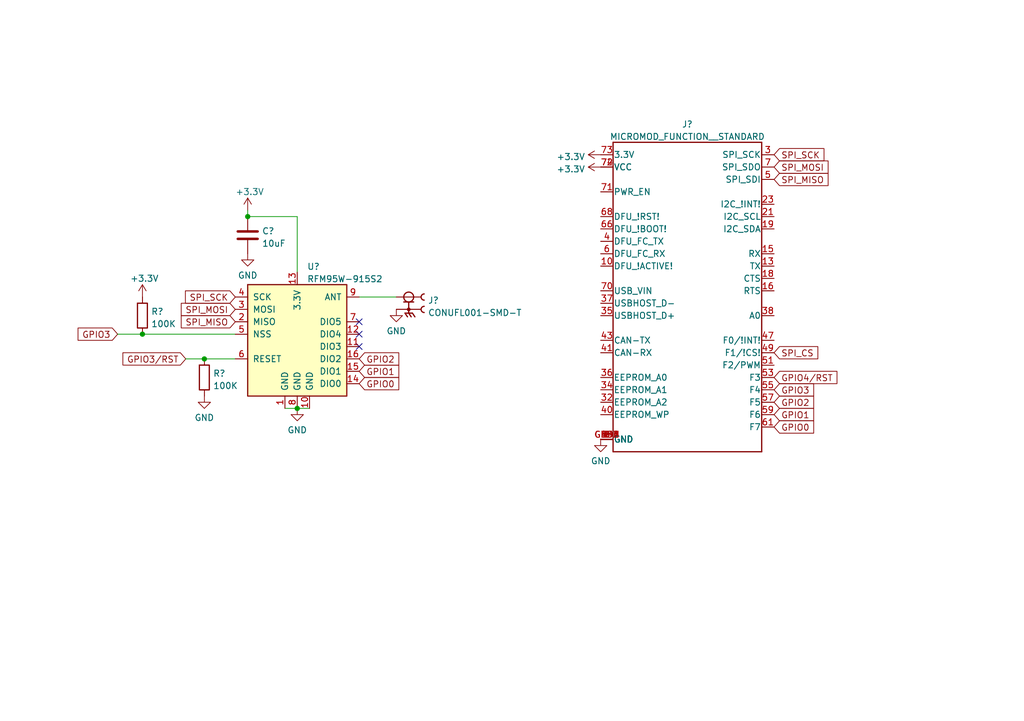
<source format=kicad_sch>
(kicad_sch (version 20211123) (generator eeschema)
  (paper "A5")
  (lib_symbols
    (symbol "CONUFL001-SMD-T:CONUFL001-SMD-T" (pin_numbers hide) (pin_names (offset 1.016) hide)
      (property "Reference" "J" (at -3.81 4.064 0))
      (property "Value" "CONUFL001-SMD-T" (at -4.064 -4.318 0))
      (symbol "CONUFL001-SMD-T_0_0"
        (arc (start -3.175 -0.635) (mid -2.54 0) (end -3.175 0.635) (stroke (width 0.254)))
        (arc (start -3.175 1.905) (mid -2.54 2.54) (end -3.175 3.175) (stroke (width 0.254)))
        (polyline (pts (xy -1.016 1.524) (xy 0 1.524)) (stroke (width 0.254)))
        (polyline (pts (xy -0.762 -0.762) (xy -1.27 -1.524)) (stroke (width 0.254)))
        (polyline (pts (xy 0 -0.762) (xy -0.762 -0.762)) (stroke (width 0.254)))
        (polyline (pts (xy 0 -0.762) (xy -0.508 -1.524)) (stroke (width 0.254)))
        (polyline (pts (xy 0 -0.762) (xy 0.762 -0.762)) (stroke (width 0.254)))
        (polyline (pts (xy 0 1.524) (xy 0 -0.762)) (stroke (width 0.254)))
        (polyline (pts (xy 0 1.524) (xy 1.016 1.524)) (stroke (width 0.254)))
        (polyline (pts (xy 0.762 -0.762) (xy 0.254 -1.524)) (stroke (width 0.254)))
        (circle (center 0 0) (radius 0.254) (stroke (width 0.254)))
        (circle (center 0 2.54) (radius 1.016) (stroke (width 0.254)))
        (pin passive line (at 2.54 2.54 180) (length 5.08) (name "~") (number "1"))
        (pin passive line (at 2.54 0 180) (length 5.08) (name "~") (number "2"))
        (pin passive line (at 2.54 0 180) (length 5.08) (name "~") (number "3"))
      )
    )
    (symbol "Device:C" (pin_numbers hide) (pin_names (offset 0.254))
      (property "Reference" "C" (at 0.635 2.54 0))
      (property "Value" "C" (at 0.635 -2.54 0))
      (symbol "C_0_1"
        (polyline (pts (xy -2.032 -0.762) (xy 2.032 -0.762)) (stroke (width 0.508)))
        (polyline (pts (xy -2.032 0.762) (xy 2.032 0.762)) (stroke (width 0.508)))
      )
      (symbol "C_1_1"
        (pin passive line (at 0 3.81 270) (length 2.794) (name "~") (number "1"))
        (pin passive line (at 0 -3.81 90) (length 2.794) (name "~") (number "2"))
      )
    )
    (symbol "Device:R" (pin_numbers hide) (pin_names (offset 0))
      (property "Reference" "R" (at 2.032 0 90))
      (property "Value" "R" (at 0 0 90))
      (symbol "R_0_1"
        (rectangle (start -1.016 -2.54) (end 1.016 2.54) (stroke (width 0.254)))
      )
      (symbol "R_1_1"
        (pin passive line (at 0 3.81 270) (length 1.27) (name "~") (number "1"))
        (pin passive line (at 0 -3.81 90) (length 1.27) (name "~") (number "2"))
      )
    )
    (symbol "Micromod:MICROMOD_FUNCTION__STANDARD" (pin_names (offset 0.127))
      (property "Reference" "J" (at 0 -6.35 0))
      (property "Value" "MICROMOD_FUNCTION__STANDARD" (at 0 -6.35 0))
      (symbol "MICROMOD_FUNCTION__STANDARD_1_1"
        (polyline (pts (xy -15.24 -35.56) (xy -15.24 27.94)) (stroke (width 0.254)))
        (polyline (pts (xy -15.24 27.94) (xy 15.24 27.94)) (stroke (width 0.254)))
        (polyline (pts (xy 15.24 -35.56) (xy -15.24 -35.56)) (stroke (width 0.254)))
        (polyline (pts (xy 15.24 27.94) (xy 15.24 -35.56)) (stroke (width 0.254)))
        (pin bidirectional line (at -17.78 -33.02 0) (length 2.54) (name "GND") (number "1"))
        (pin bidirectional line (at -17.78 2.54 0) (length 2.54) (name "DFU_!ACTIVE!") (number "10"))
        (pin bidirectional line (at 17.78 2.54 180) (length 2.54) (name "TX") (number "13"))
        (pin bidirectional line (at 17.78 5.08 180) (length 2.54) (name "RX") (number "15"))
        (pin bidirectional line (at 17.78 -2.54 180) (length 2.54) (name "RTS") (number "16"))
        (pin bidirectional line (at 17.78 0 180) (length 2.54) (name "CTS") (number "18"))
        (pin bidirectional line (at 17.78 10.16 180) (length 2.54) (name "I2C_SDA") (number "19"))
        (pin bidirectional line (at -17.78 -33.02 0) (length 2.54) (name "GND") (number "2"))
        (pin bidirectional line (at 17.78 12.7 180) (length 2.54) (name "I2C_SCL") (number "21"))
        (pin bidirectional line (at 17.78 15.24 180) (length 2.54) (name "I2C_!INT!") (number "23"))
        (pin bidirectional line (at 17.78 25.4 180) (length 2.54) (name "SPI_SCK") (number "3"))
        (pin bidirectional line (at -17.78 -25.4 0) (length 2.54) (name "EEPROM_A2") (number "32"))
        (pin bidirectional line (at -17.78 -33.02 0) (length 2.54) (name "GND") (number "33"))
        (pin bidirectional line (at -17.78 -22.86 0) (length 2.54) (name "EEPROM_A1") (number "34"))
        (pin bidirectional line (at -17.78 -7.62 0) (length 2.54) (name "USBHOST_D+") (number "35"))
        (pin bidirectional line (at -17.78 -20.32 0) (length 2.54) (name "EEPROM_A0") (number "36"))
        (pin bidirectional line (at -17.78 -5.08 0) (length 2.54) (name "USBHOST_D-") (number "37"))
        (pin bidirectional line (at 17.78 -7.62 180) (length 2.54) (name "A0") (number "38"))
        (pin bidirectional line (at -17.78 -33.02 0) (length 2.54) (name "GND") (number "39"))
        (pin bidirectional line (at -17.78 7.62 0) (length 2.54) (name "DFU_FC_TX") (number "4"))
        (pin bidirectional line (at -17.78 -27.94 0) (length 2.54) (name "EEPROM_WP") (number "40"))
        (pin bidirectional line (at -17.78 -15.24 0) (length 2.54) (name "CAN-RX") (number "41"))
        (pin bidirectional line (at -17.78 -12.7 0) (length 2.54) (name "CAN-TX") (number "43"))
        (pin bidirectional line (at -17.78 -33.02 0) (length 2.54) (name "GND") (number "45"))
        (pin bidirectional line (at 17.78 -12.7 180) (length 2.54) (name "F0/!INT!") (number "47"))
        (pin bidirectional line (at 17.78 -15.24 180) (length 2.54) (name "F1/!CS!") (number "49"))
        (pin bidirectional line (at 17.78 20.32 180) (length 2.54) (name "SPI_SDI") (number "5"))
        (pin bidirectional line (at 17.78 -17.78 180) (length 2.54) (name "F2/PWM") (number "51"))
        (pin bidirectional line (at 17.78 -20.32 180) (length 2.54) (name "F3") (number "53"))
        (pin bidirectional line (at 17.78 -22.86 180) (length 2.54) (name "F4") (number "55"))
        (pin bidirectional line (at 17.78 -25.4 180) (length 2.54) (name "F5") (number "57"))
        (pin bidirectional line (at 17.78 -27.94 180) (length 2.54) (name "F6") (number "59"))
        (pin bidirectional line (at -17.78 5.08 0) (length 2.54) (name "DFU_FC_RX") (number "6"))
        (pin bidirectional line (at 17.78 -30.48 180) (length 2.54) (name "F7") (number "61"))
        (pin bidirectional line (at -17.78 10.16 0) (length 2.54) (name "DFU_!BOOT!") (number "66"))
        (pin bidirectional line (at -17.78 12.7 0) (length 2.54) (name "DFU_!RST!") (number "68"))
        (pin bidirectional line (at 17.78 22.86 180) (length 2.54) (name "SPI_SDO") (number "7"))
        (pin bidirectional line (at -17.78 -2.54 0) (length 2.54) (name "USB_VIN") (number "70"))
        (pin bidirectional line (at -17.78 17.78 0) (length 2.54) (name "PWR_EN") (number "71"))
        (pin bidirectional line (at -17.78 22.86 0) (length 2.54) (name "VCC") (number "72"))
        (pin bidirectional line (at -17.78 25.4 0) (length 2.54) (name "3.3V") (number "73"))
        (pin bidirectional line (at -17.78 22.86 0) (length 2.54) (name "VCC") (number "74"))
        (pin bidirectional line (at -17.78 -33.02 0) (length 2.54) (name "GND") (number "75"))
        (pin bidirectional line (at -17.78 -33.02 0) (length 2.54) (name "GND") (number "8"))
        (pin bidirectional line (at -17.78 -33.02 0) (length 2.54) (name "GND") (number "GND1"))
        (pin bidirectional line (at -17.78 -33.02 0) (length 2.54) (name "GND") (number "GND2"))
        (pin bidirectional line (at -17.78 -33.02 0) (length 2.54) (name "GND") (number "GND3"))
        (pin bidirectional line (at -17.78 -33.02 0) (length 2.54) (name "GND") (number "GND4"))
        (pin bidirectional line (at -17.78 -33.02 0) (length 2.54) (name "GND") (number "GND5"))
        (pin bidirectional line (at -17.78 -33.02 0) (length 2.54) (name "GND") (number "GND6"))
      )
    )
    (symbol "RF_Module:RFM95W-915S2" (pin_names (offset 1.016))
      (property "Reference" "U" (at -10.414 11.684 0))
      (property "Value" "RFM95W-915S2" (at 1.524 11.43 0))
      (symbol "RFM95W-915S2_0_1"
        (rectangle (start -10.16 10.16) (end 10.16 -12.7) (stroke (width 0.254)) (fill (type background)))
      )
      (symbol "RFM95W-915S2_1_1"
        (pin power_in line (at -2.54 -15.24 90) (length 2.54) (name "GND") (number "1"))
        (pin power_in line (at 2.54 -15.24 90) (length 2.54) (name "GND") (number "10"))
        (pin bidirectional line (at 12.7 -2.54 180) (length 2.54) (name "DIO3") (number "11"))
        (pin bidirectional line (at 12.7 0 180) (length 2.54) (name "DIO4") (number "12"))
        (pin power_in line (at 0 12.7 270) (length 2.54) (name "3.3V") (number "13"))
        (pin bidirectional line (at 12.7 -10.16 180) (length 2.54) (name "DIO0") (number "14"))
        (pin bidirectional line (at 12.7 -7.62 180) (length 2.54) (name "DIO1") (number "15"))
        (pin bidirectional line (at 12.7 -5.08 180) (length 2.54) (name "DIO2") (number "16"))
        (pin output line (at -12.7 2.54 0) (length 2.54) (name "MISO") (number "2"))
        (pin input line (at -12.7 5.08 0) (length 2.54) (name "MOSI") (number "3"))
        (pin input line (at -12.7 7.62 0) (length 2.54) (name "SCK") (number "4"))
        (pin input line (at -12.7 0 0) (length 2.54) (name "NSS") (number "5"))
        (pin bidirectional line (at -12.7 -5.08 0) (length 2.54) (name "RESET") (number "6"))
        (pin bidirectional line (at 12.7 2.54 180) (length 2.54) (name "DIO5") (number "7"))
        (pin power_in line (at 0 -15.24 90) (length 2.54) (name "GND") (number "8"))
        (pin bidirectional line (at 12.7 7.62 180) (length 2.54) (name "ANT") (number "9"))
      )
    )
    (symbol "power:+3.3V" (power) (pin_names (offset 0))
      (property "Value" "+3.3V" (at 0 3.556 0))
      (symbol "+3.3V_0_1"
        (polyline (pts (xy -0.762 1.27) (xy 0 2.54)))
        (polyline (pts (xy 0 0) (xy 0 2.54)))
        (polyline (pts (xy 0 2.54) (xy 0.762 1.27)))
      )
      (symbol "+3.3V_1_1"
        (pin power_in line (at 0 0 90) (length 0) hide (name "+3.3V") (number "1"))
      )
    )
    (symbol "power:GND" (power) (pin_names (offset 0))
      (property "Value" "GND" (at 0 -3.81 0))
      (symbol "GND_0_1"
        (polyline (pts (xy 0 0) (xy 0 -1.27) (xy 1.27 -1.27) (xy 0 -2.54) (xy -1.27 -1.27) (xy 0 -1.27)))
      )
      (symbol "GND_1_1"
        (pin power_in line (at 0 0 270) (length 0) hide (name "GND") (number "1"))
      )
    )
  )
  (junction (at 29.21 68.58))
  (junction (at 41.91 73.66))
  (junction (at 50.8 44.45))
  (junction (at 60.96 83.82))
  (no_connect (at 73.66 66.04))
  (no_connect (at 73.66 71.12))
  (no_connect (at 73.66 68.58))
  (wire (pts (xy 60.96 83.82) (xy 63.5 83.82)))
  (wire (pts (xy 73.66 60.96) (xy 81.28 60.96)))
  (wire (pts (xy 38.1 73.66) (xy 41.91 73.66)))
  (wire (pts (xy 58.42 83.82) (xy 60.96 83.82)))
  (wire (pts (xy 60.96 44.45) (xy 60.96 55.88)))
  (wire (pts (xy 24.13 68.58) (xy 29.21 68.58)))
  (wire (pts (xy 29.21 68.58) (xy 48.26 68.58)))
  (wire (pts (xy 41.91 73.66) (xy 48.26 73.66)))
  (wire (pts (xy 50.8 43.18) (xy 50.8 44.45)))
  (wire (pts (xy 50.8 44.45) (xy 60.96 44.45)))
  (global_label "GPIO2" (shape input) (at 158.75 82.55 0) (property "Intersheet References" "${INTERSHEET_REFS}" (effects hide)))
  (global_label "SPI_CS" (shape input) (at 158.75 72.39 0) (property "Intersheet References" "${INTERSHEET_REFS}" (effects hide)))
  (global_label "SPI_MOSI" (shape input) (at 158.75 34.29 0) (property "Intersheet References" "${INTERSHEET_REFS}" (effects hide)))
  (global_label "SPI_MOSI" (shape input) (at 48.26 63.5 180) (property "Intersheet References" "${INTERSHEET_REFS}" (effects hide)))
  (global_label "GPIO1" (shape input) (at 158.75 85.09 0) (property "Intersheet References" "${INTERSHEET_REFS}" (effects hide)))
  (global_label "SPI_SCK" (shape input) (at 158.75 31.75 0) (property "Intersheet References" "${INTERSHEET_REFS}" (effects hide)))
  (global_label "SPI_MISO" (shape input) (at 48.26 66.04 180) (property "Intersheet References" "${INTERSHEET_REFS}" (effects hide)))
  (global_label "GPIO4{slash}RST" (shape input) (at 158.75 77.47 0) (property "Intersheet References" "${INTERSHEET_REFS}" (effects hide)))
  (global_label "GPIO0" (shape input) (at 158.75 87.63 0) (property "Intersheet References" "${INTERSHEET_REFS}" (effects hide)))
  (global_label "GPIO1" (shape input) (at 73.66 76.2 0) (property "Intersheet References" "${INTERSHEET_REFS}" (effects hide)))
  (global_label "GPIO3" (shape input) (at 158.75 80.01 0) (property "Intersheet References" "${INTERSHEET_REFS}" (effects hide)))
  (global_label "SPI_MISO" (shape input) (at 158.75 36.83 0) (property "Intersheet References" "${INTERSHEET_REFS}" (effects hide)))
  (global_label "GPIO2" (shape input) (at 73.66 73.66 0) (property "Intersheet References" "${INTERSHEET_REFS}" (effects hide)))
  (global_label "GPIO3{slash}RST" (shape input) (at 38.1 73.66 180) (property "Intersheet References" "${INTERSHEET_REFS}" (effects hide)))
  (global_label "GPIO0" (shape input) (at 73.66 78.74 0) (property "Intersheet References" "${INTERSHEET_REFS}" (effects hide)))
  (global_label "GPIO3" (shape input) (at 24.13 68.58 180) (property "Intersheet References" "${INTERSHEET_REFS}" (effects hide)))
  (global_label "SPI_SCK" (shape input) (at 48.26 60.96 180) (property "Intersheet References" "${INTERSHEET_REFS}" (effects hide)))
  (symbol (lib_id "RF_Module:RFM95W-915S2") (at 60.96 68.58 0) (unit 1)
    (property "Reference" "U?" (at 62.9794 54.7202 0) (effects (justify left)))
    (property "Value" "RFM95W-915S2" (at 62.9794 57.2571 0) (effects (justify left)))
    (property "Datasheet" "https://www.hoperf.com/data/upload/portal/20181127/5bfcbea20e9ef.pdf" (effects hide))
  )
  (symbol (lib_id "power:GND") (at 41.91 81.28 0) (unit 1)
    (property "Reference" "#PWR?" (effects hide))
    (property "Value" "GND" (at 41.91 85.7234 0))
  )
  (symbol (lib_id "Micromod:MICROMOD_FUNCTION__STANDARD") (at 140.97 57.15 0) (unit 1)
    (property "Reference" "J?" (at 140.97 25.5102 0))
    (property "Value" "MICROMOD_FUNCTION__STANDARD" (at 140.97 28.0471 0))
    (property "Footprint" "Micromod:M.2-CARD-E-22_FUNCTION_STANDARD" (effects hide))
  )
  (symbol (lib_id "power:+3.3V") (at 123.19 31.75 90) (unit 1)
    (property "Reference" "#PWR?" (effects hide))
    (property "Value" "+3.3V" (at 120.015 32.1838 90) (effects (justify left)))
  )
  (symbol (lib_id "power:+3.3V") (at 29.21 60.96 0) (unit 1)
    (property "Reference" "#PWR?" (effects hide))
    (property "Value" "+3.3V" (at 26.67 57.15 0) (effects (justify left)))
  )
  (symbol (lib_id "power:+3.3V") (at 123.19 34.29 90) (unit 1)
    (property "Reference" "#PWR?" (effects hide))
    (property "Value" "+3.3V" (at 120.015 34.7238 90) (effects (justify left)))
  )
  (symbol (lib_id "power:GND") (at 81.28 63.5 0) (unit 1)
    (property "Reference" "#PWR?" (effects hide))
    (property "Value" "GND" (at 81.28 67.9434 0))
  )
  (symbol (lib_id "CONUFL001-SMD-T:CONUFL001-SMD-T") (at 83.82 63.5 0) (mirror y) (unit 1)
    (property "Reference" "J?" (at 87.757 61.6493 0) (effects (justify right)))
    (property "Value" "CONUFL001-SMD-T" (at 87.757 64.1862 0) (effects (justify right)))
    (property "Footprint" "LINX_CONUFL001-SMD-T" (effects hide))
    (property "PARTREV" "B" (effects hide))
    (property "STANDARD" "Manufacturer Recommendations" (effects hide))
    (property "MANUFACTURER" "Linx Technologies" (effects hide))
  )
  (symbol (lib_id "Device:R") (at 29.21 64.77 0) (unit 1)
    (property "Reference" "R?" (at 30.988 63.9353 0) (effects (justify left)))
    (property "Value" "100K" (at 30.988 66.4722 0) (effects (justify left)))
  )
  (symbol (lib_id "Device:C") (at 50.8 48.26 0) (unit 1)
    (property "Reference" "C?" (at 53.721 47.4253 0) (effects (justify left)))
    (property "Value" "10uF" (at 53.721 49.9622 0) (effects (justify left)))
  )
  (symbol (lib_id "power:GND") (at 123.19 90.17 0) (unit 1)
    (property "Reference" "#PWR?" (effects hide))
    (property "Value" "GND" (at 123.19 94.6134 0))
  )
  (symbol (lib_id "power:GND") (at 50.8 52.07 0) (unit 1)
    (property "Reference" "#PWR?" (effects hide))
    (property "Value" "GND" (at 50.8 56.5134 0))
  )
  (symbol (lib_id "power:GND") (at 60.96 83.82 0) (unit 1)
    (property "Reference" "#PWR?" (effects hide))
    (property "Value" "GND" (at 60.96 88.2634 0))
  )
  (symbol (lib_id "power:+3.3V") (at 50.8 43.18 0) (unit 1)
    (property "Reference" "#PWR?" (effects hide))
    (property "Value" "+3.3V" (at 48.26 39.37 0) (effects (justify left)))
  )
  (symbol (lib_id "Device:R") (at 41.91 77.47 0) (unit 1)
    (property "Reference" "R?" (at 43.688 76.6353 0) (effects (justify left)))
    (property "Value" "100K" (at 43.688 79.1722 0) (effects (justify left)))
  )
)
</source>
